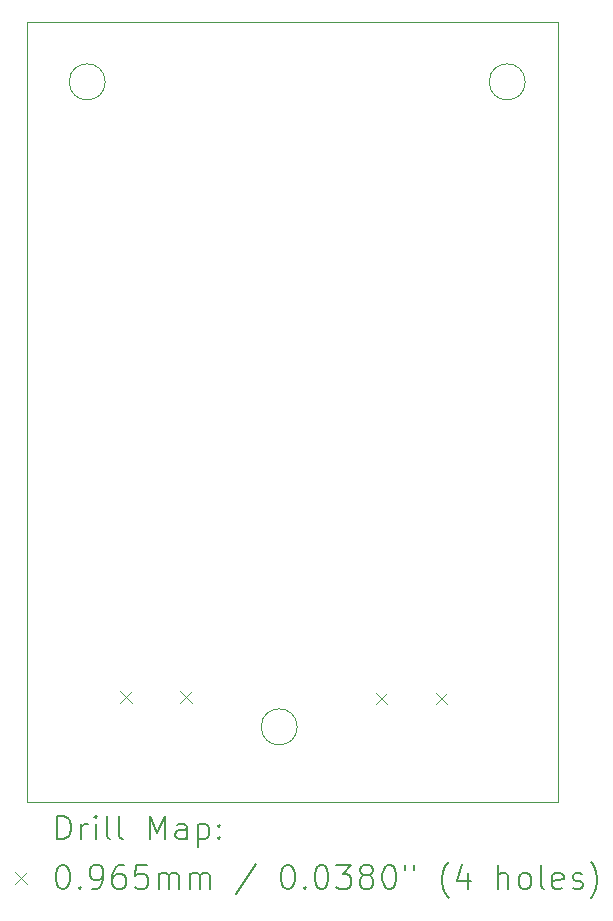
<source format=gbr>
%TF.GenerationSoftware,KiCad,Pcbnew,7.0.6*%
%TF.CreationDate,2025-01-04T15:57:54+10:30*%
%TF.ProjectId,Security System SMPS,53656375-7269-4747-9920-53797374656d,rev?*%
%TF.SameCoordinates,Original*%
%TF.FileFunction,Drillmap*%
%TF.FilePolarity,Positive*%
%FSLAX45Y45*%
G04 Gerber Fmt 4.5, Leading zero omitted, Abs format (unit mm)*
G04 Created by KiCad (PCBNEW 7.0.6) date 2025-01-04 15:57:54*
%MOMM*%
%LPD*%
G01*
G04 APERTURE LIST*
%ADD10C,0.100000*%
%ADD11C,0.200000*%
%ADD12C,0.096520*%
G04 APERTURE END LIST*
D10*
X10820400Y-6096000D02*
G75*
G03*
X10820400Y-6096000I-152400J0D01*
G01*
X14376400Y-6096000D02*
G75*
G03*
X14376400Y-6096000I-152400J0D01*
G01*
X12446000Y-11557000D02*
G75*
G03*
X12446000Y-11557000I-152400J0D01*
G01*
X10160000Y-5588000D02*
X14655800Y-5588000D01*
X14655800Y-12192000D01*
X10160000Y-12192000D01*
X10160000Y-5588000D01*
D11*
D12*
X10949940Y-11254740D02*
X11046460Y-11351260D01*
X11046460Y-11254740D02*
X10949940Y-11351260D01*
X11457940Y-11254740D02*
X11554460Y-11351260D01*
X11554460Y-11254740D02*
X11457940Y-11351260D01*
X13111480Y-11270070D02*
X13208000Y-11366590D01*
X13208000Y-11270070D02*
X13111480Y-11366590D01*
X13619480Y-11270070D02*
X13716000Y-11366590D01*
X13716000Y-11270070D02*
X13619480Y-11366590D01*
D11*
X10415777Y-12508484D02*
X10415777Y-12308484D01*
X10415777Y-12308484D02*
X10463396Y-12308484D01*
X10463396Y-12308484D02*
X10491967Y-12318008D01*
X10491967Y-12318008D02*
X10511015Y-12337055D01*
X10511015Y-12337055D02*
X10520539Y-12356103D01*
X10520539Y-12356103D02*
X10530063Y-12394198D01*
X10530063Y-12394198D02*
X10530063Y-12422769D01*
X10530063Y-12422769D02*
X10520539Y-12460865D01*
X10520539Y-12460865D02*
X10511015Y-12479912D01*
X10511015Y-12479912D02*
X10491967Y-12498960D01*
X10491967Y-12498960D02*
X10463396Y-12508484D01*
X10463396Y-12508484D02*
X10415777Y-12508484D01*
X10615777Y-12508484D02*
X10615777Y-12375150D01*
X10615777Y-12413246D02*
X10625301Y-12394198D01*
X10625301Y-12394198D02*
X10634824Y-12384674D01*
X10634824Y-12384674D02*
X10653872Y-12375150D01*
X10653872Y-12375150D02*
X10672920Y-12375150D01*
X10739586Y-12508484D02*
X10739586Y-12375150D01*
X10739586Y-12308484D02*
X10730063Y-12318008D01*
X10730063Y-12318008D02*
X10739586Y-12327531D01*
X10739586Y-12327531D02*
X10749110Y-12318008D01*
X10749110Y-12318008D02*
X10739586Y-12308484D01*
X10739586Y-12308484D02*
X10739586Y-12327531D01*
X10863396Y-12508484D02*
X10844348Y-12498960D01*
X10844348Y-12498960D02*
X10834824Y-12479912D01*
X10834824Y-12479912D02*
X10834824Y-12308484D01*
X10968158Y-12508484D02*
X10949110Y-12498960D01*
X10949110Y-12498960D02*
X10939586Y-12479912D01*
X10939586Y-12479912D02*
X10939586Y-12308484D01*
X11196729Y-12508484D02*
X11196729Y-12308484D01*
X11196729Y-12308484D02*
X11263396Y-12451341D01*
X11263396Y-12451341D02*
X11330062Y-12308484D01*
X11330062Y-12308484D02*
X11330062Y-12508484D01*
X11511015Y-12508484D02*
X11511015Y-12403722D01*
X11511015Y-12403722D02*
X11501491Y-12384674D01*
X11501491Y-12384674D02*
X11482443Y-12375150D01*
X11482443Y-12375150D02*
X11444348Y-12375150D01*
X11444348Y-12375150D02*
X11425301Y-12384674D01*
X11511015Y-12498960D02*
X11491967Y-12508484D01*
X11491967Y-12508484D02*
X11444348Y-12508484D01*
X11444348Y-12508484D02*
X11425301Y-12498960D01*
X11425301Y-12498960D02*
X11415777Y-12479912D01*
X11415777Y-12479912D02*
X11415777Y-12460865D01*
X11415777Y-12460865D02*
X11425301Y-12441817D01*
X11425301Y-12441817D02*
X11444348Y-12432293D01*
X11444348Y-12432293D02*
X11491967Y-12432293D01*
X11491967Y-12432293D02*
X11511015Y-12422769D01*
X11606253Y-12375150D02*
X11606253Y-12575150D01*
X11606253Y-12384674D02*
X11625301Y-12375150D01*
X11625301Y-12375150D02*
X11663396Y-12375150D01*
X11663396Y-12375150D02*
X11682443Y-12384674D01*
X11682443Y-12384674D02*
X11691967Y-12394198D01*
X11691967Y-12394198D02*
X11701491Y-12413246D01*
X11701491Y-12413246D02*
X11701491Y-12470388D01*
X11701491Y-12470388D02*
X11691967Y-12489436D01*
X11691967Y-12489436D02*
X11682443Y-12498960D01*
X11682443Y-12498960D02*
X11663396Y-12508484D01*
X11663396Y-12508484D02*
X11625301Y-12508484D01*
X11625301Y-12508484D02*
X11606253Y-12498960D01*
X11787205Y-12489436D02*
X11796729Y-12498960D01*
X11796729Y-12498960D02*
X11787205Y-12508484D01*
X11787205Y-12508484D02*
X11777682Y-12498960D01*
X11777682Y-12498960D02*
X11787205Y-12489436D01*
X11787205Y-12489436D02*
X11787205Y-12508484D01*
X11787205Y-12384674D02*
X11796729Y-12394198D01*
X11796729Y-12394198D02*
X11787205Y-12403722D01*
X11787205Y-12403722D02*
X11777682Y-12394198D01*
X11777682Y-12394198D02*
X11787205Y-12384674D01*
X11787205Y-12384674D02*
X11787205Y-12403722D01*
D12*
X10058480Y-12788740D02*
X10155000Y-12885260D01*
X10155000Y-12788740D02*
X10058480Y-12885260D01*
D11*
X10453872Y-12728484D02*
X10472920Y-12728484D01*
X10472920Y-12728484D02*
X10491967Y-12738008D01*
X10491967Y-12738008D02*
X10501491Y-12747531D01*
X10501491Y-12747531D02*
X10511015Y-12766579D01*
X10511015Y-12766579D02*
X10520539Y-12804674D01*
X10520539Y-12804674D02*
X10520539Y-12852293D01*
X10520539Y-12852293D02*
X10511015Y-12890388D01*
X10511015Y-12890388D02*
X10501491Y-12909436D01*
X10501491Y-12909436D02*
X10491967Y-12918960D01*
X10491967Y-12918960D02*
X10472920Y-12928484D01*
X10472920Y-12928484D02*
X10453872Y-12928484D01*
X10453872Y-12928484D02*
X10434824Y-12918960D01*
X10434824Y-12918960D02*
X10425301Y-12909436D01*
X10425301Y-12909436D02*
X10415777Y-12890388D01*
X10415777Y-12890388D02*
X10406253Y-12852293D01*
X10406253Y-12852293D02*
X10406253Y-12804674D01*
X10406253Y-12804674D02*
X10415777Y-12766579D01*
X10415777Y-12766579D02*
X10425301Y-12747531D01*
X10425301Y-12747531D02*
X10434824Y-12738008D01*
X10434824Y-12738008D02*
X10453872Y-12728484D01*
X10606253Y-12909436D02*
X10615777Y-12918960D01*
X10615777Y-12918960D02*
X10606253Y-12928484D01*
X10606253Y-12928484D02*
X10596729Y-12918960D01*
X10596729Y-12918960D02*
X10606253Y-12909436D01*
X10606253Y-12909436D02*
X10606253Y-12928484D01*
X10711015Y-12928484D02*
X10749110Y-12928484D01*
X10749110Y-12928484D02*
X10768158Y-12918960D01*
X10768158Y-12918960D02*
X10777682Y-12909436D01*
X10777682Y-12909436D02*
X10796729Y-12880865D01*
X10796729Y-12880865D02*
X10806253Y-12842769D01*
X10806253Y-12842769D02*
X10806253Y-12766579D01*
X10806253Y-12766579D02*
X10796729Y-12747531D01*
X10796729Y-12747531D02*
X10787205Y-12738008D01*
X10787205Y-12738008D02*
X10768158Y-12728484D01*
X10768158Y-12728484D02*
X10730063Y-12728484D01*
X10730063Y-12728484D02*
X10711015Y-12738008D01*
X10711015Y-12738008D02*
X10701491Y-12747531D01*
X10701491Y-12747531D02*
X10691967Y-12766579D01*
X10691967Y-12766579D02*
X10691967Y-12814198D01*
X10691967Y-12814198D02*
X10701491Y-12833246D01*
X10701491Y-12833246D02*
X10711015Y-12842769D01*
X10711015Y-12842769D02*
X10730063Y-12852293D01*
X10730063Y-12852293D02*
X10768158Y-12852293D01*
X10768158Y-12852293D02*
X10787205Y-12842769D01*
X10787205Y-12842769D02*
X10796729Y-12833246D01*
X10796729Y-12833246D02*
X10806253Y-12814198D01*
X10977682Y-12728484D02*
X10939586Y-12728484D01*
X10939586Y-12728484D02*
X10920539Y-12738008D01*
X10920539Y-12738008D02*
X10911015Y-12747531D01*
X10911015Y-12747531D02*
X10891967Y-12776103D01*
X10891967Y-12776103D02*
X10882444Y-12814198D01*
X10882444Y-12814198D02*
X10882444Y-12890388D01*
X10882444Y-12890388D02*
X10891967Y-12909436D01*
X10891967Y-12909436D02*
X10901491Y-12918960D01*
X10901491Y-12918960D02*
X10920539Y-12928484D01*
X10920539Y-12928484D02*
X10958634Y-12928484D01*
X10958634Y-12928484D02*
X10977682Y-12918960D01*
X10977682Y-12918960D02*
X10987205Y-12909436D01*
X10987205Y-12909436D02*
X10996729Y-12890388D01*
X10996729Y-12890388D02*
X10996729Y-12842769D01*
X10996729Y-12842769D02*
X10987205Y-12823722D01*
X10987205Y-12823722D02*
X10977682Y-12814198D01*
X10977682Y-12814198D02*
X10958634Y-12804674D01*
X10958634Y-12804674D02*
X10920539Y-12804674D01*
X10920539Y-12804674D02*
X10901491Y-12814198D01*
X10901491Y-12814198D02*
X10891967Y-12823722D01*
X10891967Y-12823722D02*
X10882444Y-12842769D01*
X11177682Y-12728484D02*
X11082444Y-12728484D01*
X11082444Y-12728484D02*
X11072920Y-12823722D01*
X11072920Y-12823722D02*
X11082444Y-12814198D01*
X11082444Y-12814198D02*
X11101491Y-12804674D01*
X11101491Y-12804674D02*
X11149110Y-12804674D01*
X11149110Y-12804674D02*
X11168158Y-12814198D01*
X11168158Y-12814198D02*
X11177682Y-12823722D01*
X11177682Y-12823722D02*
X11187205Y-12842769D01*
X11187205Y-12842769D02*
X11187205Y-12890388D01*
X11187205Y-12890388D02*
X11177682Y-12909436D01*
X11177682Y-12909436D02*
X11168158Y-12918960D01*
X11168158Y-12918960D02*
X11149110Y-12928484D01*
X11149110Y-12928484D02*
X11101491Y-12928484D01*
X11101491Y-12928484D02*
X11082444Y-12918960D01*
X11082444Y-12918960D02*
X11072920Y-12909436D01*
X11272920Y-12928484D02*
X11272920Y-12795150D01*
X11272920Y-12814198D02*
X11282443Y-12804674D01*
X11282443Y-12804674D02*
X11301491Y-12795150D01*
X11301491Y-12795150D02*
X11330063Y-12795150D01*
X11330063Y-12795150D02*
X11349110Y-12804674D01*
X11349110Y-12804674D02*
X11358634Y-12823722D01*
X11358634Y-12823722D02*
X11358634Y-12928484D01*
X11358634Y-12823722D02*
X11368158Y-12804674D01*
X11368158Y-12804674D02*
X11387205Y-12795150D01*
X11387205Y-12795150D02*
X11415777Y-12795150D01*
X11415777Y-12795150D02*
X11434824Y-12804674D01*
X11434824Y-12804674D02*
X11444348Y-12823722D01*
X11444348Y-12823722D02*
X11444348Y-12928484D01*
X11539586Y-12928484D02*
X11539586Y-12795150D01*
X11539586Y-12814198D02*
X11549110Y-12804674D01*
X11549110Y-12804674D02*
X11568158Y-12795150D01*
X11568158Y-12795150D02*
X11596729Y-12795150D01*
X11596729Y-12795150D02*
X11615777Y-12804674D01*
X11615777Y-12804674D02*
X11625301Y-12823722D01*
X11625301Y-12823722D02*
X11625301Y-12928484D01*
X11625301Y-12823722D02*
X11634824Y-12804674D01*
X11634824Y-12804674D02*
X11653872Y-12795150D01*
X11653872Y-12795150D02*
X11682443Y-12795150D01*
X11682443Y-12795150D02*
X11701491Y-12804674D01*
X11701491Y-12804674D02*
X11711015Y-12823722D01*
X11711015Y-12823722D02*
X11711015Y-12928484D01*
X12101491Y-12718960D02*
X11930063Y-12976103D01*
X12358634Y-12728484D02*
X12377682Y-12728484D01*
X12377682Y-12728484D02*
X12396729Y-12738008D01*
X12396729Y-12738008D02*
X12406253Y-12747531D01*
X12406253Y-12747531D02*
X12415777Y-12766579D01*
X12415777Y-12766579D02*
X12425301Y-12804674D01*
X12425301Y-12804674D02*
X12425301Y-12852293D01*
X12425301Y-12852293D02*
X12415777Y-12890388D01*
X12415777Y-12890388D02*
X12406253Y-12909436D01*
X12406253Y-12909436D02*
X12396729Y-12918960D01*
X12396729Y-12918960D02*
X12377682Y-12928484D01*
X12377682Y-12928484D02*
X12358634Y-12928484D01*
X12358634Y-12928484D02*
X12339586Y-12918960D01*
X12339586Y-12918960D02*
X12330063Y-12909436D01*
X12330063Y-12909436D02*
X12320539Y-12890388D01*
X12320539Y-12890388D02*
X12311015Y-12852293D01*
X12311015Y-12852293D02*
X12311015Y-12804674D01*
X12311015Y-12804674D02*
X12320539Y-12766579D01*
X12320539Y-12766579D02*
X12330063Y-12747531D01*
X12330063Y-12747531D02*
X12339586Y-12738008D01*
X12339586Y-12738008D02*
X12358634Y-12728484D01*
X12511015Y-12909436D02*
X12520539Y-12918960D01*
X12520539Y-12918960D02*
X12511015Y-12928484D01*
X12511015Y-12928484D02*
X12501491Y-12918960D01*
X12501491Y-12918960D02*
X12511015Y-12909436D01*
X12511015Y-12909436D02*
X12511015Y-12928484D01*
X12644348Y-12728484D02*
X12663396Y-12728484D01*
X12663396Y-12728484D02*
X12682444Y-12738008D01*
X12682444Y-12738008D02*
X12691967Y-12747531D01*
X12691967Y-12747531D02*
X12701491Y-12766579D01*
X12701491Y-12766579D02*
X12711015Y-12804674D01*
X12711015Y-12804674D02*
X12711015Y-12852293D01*
X12711015Y-12852293D02*
X12701491Y-12890388D01*
X12701491Y-12890388D02*
X12691967Y-12909436D01*
X12691967Y-12909436D02*
X12682444Y-12918960D01*
X12682444Y-12918960D02*
X12663396Y-12928484D01*
X12663396Y-12928484D02*
X12644348Y-12928484D01*
X12644348Y-12928484D02*
X12625301Y-12918960D01*
X12625301Y-12918960D02*
X12615777Y-12909436D01*
X12615777Y-12909436D02*
X12606253Y-12890388D01*
X12606253Y-12890388D02*
X12596729Y-12852293D01*
X12596729Y-12852293D02*
X12596729Y-12804674D01*
X12596729Y-12804674D02*
X12606253Y-12766579D01*
X12606253Y-12766579D02*
X12615777Y-12747531D01*
X12615777Y-12747531D02*
X12625301Y-12738008D01*
X12625301Y-12738008D02*
X12644348Y-12728484D01*
X12777682Y-12728484D02*
X12901491Y-12728484D01*
X12901491Y-12728484D02*
X12834825Y-12804674D01*
X12834825Y-12804674D02*
X12863396Y-12804674D01*
X12863396Y-12804674D02*
X12882444Y-12814198D01*
X12882444Y-12814198D02*
X12891967Y-12823722D01*
X12891967Y-12823722D02*
X12901491Y-12842769D01*
X12901491Y-12842769D02*
X12901491Y-12890388D01*
X12901491Y-12890388D02*
X12891967Y-12909436D01*
X12891967Y-12909436D02*
X12882444Y-12918960D01*
X12882444Y-12918960D02*
X12863396Y-12928484D01*
X12863396Y-12928484D02*
X12806253Y-12928484D01*
X12806253Y-12928484D02*
X12787206Y-12918960D01*
X12787206Y-12918960D02*
X12777682Y-12909436D01*
X13015777Y-12814198D02*
X12996729Y-12804674D01*
X12996729Y-12804674D02*
X12987206Y-12795150D01*
X12987206Y-12795150D02*
X12977682Y-12776103D01*
X12977682Y-12776103D02*
X12977682Y-12766579D01*
X12977682Y-12766579D02*
X12987206Y-12747531D01*
X12987206Y-12747531D02*
X12996729Y-12738008D01*
X12996729Y-12738008D02*
X13015777Y-12728484D01*
X13015777Y-12728484D02*
X13053872Y-12728484D01*
X13053872Y-12728484D02*
X13072920Y-12738008D01*
X13072920Y-12738008D02*
X13082444Y-12747531D01*
X13082444Y-12747531D02*
X13091967Y-12766579D01*
X13091967Y-12766579D02*
X13091967Y-12776103D01*
X13091967Y-12776103D02*
X13082444Y-12795150D01*
X13082444Y-12795150D02*
X13072920Y-12804674D01*
X13072920Y-12804674D02*
X13053872Y-12814198D01*
X13053872Y-12814198D02*
X13015777Y-12814198D01*
X13015777Y-12814198D02*
X12996729Y-12823722D01*
X12996729Y-12823722D02*
X12987206Y-12833246D01*
X12987206Y-12833246D02*
X12977682Y-12852293D01*
X12977682Y-12852293D02*
X12977682Y-12890388D01*
X12977682Y-12890388D02*
X12987206Y-12909436D01*
X12987206Y-12909436D02*
X12996729Y-12918960D01*
X12996729Y-12918960D02*
X13015777Y-12928484D01*
X13015777Y-12928484D02*
X13053872Y-12928484D01*
X13053872Y-12928484D02*
X13072920Y-12918960D01*
X13072920Y-12918960D02*
X13082444Y-12909436D01*
X13082444Y-12909436D02*
X13091967Y-12890388D01*
X13091967Y-12890388D02*
X13091967Y-12852293D01*
X13091967Y-12852293D02*
X13082444Y-12833246D01*
X13082444Y-12833246D02*
X13072920Y-12823722D01*
X13072920Y-12823722D02*
X13053872Y-12814198D01*
X13215777Y-12728484D02*
X13234825Y-12728484D01*
X13234825Y-12728484D02*
X13253872Y-12738008D01*
X13253872Y-12738008D02*
X13263396Y-12747531D01*
X13263396Y-12747531D02*
X13272920Y-12766579D01*
X13272920Y-12766579D02*
X13282444Y-12804674D01*
X13282444Y-12804674D02*
X13282444Y-12852293D01*
X13282444Y-12852293D02*
X13272920Y-12890388D01*
X13272920Y-12890388D02*
X13263396Y-12909436D01*
X13263396Y-12909436D02*
X13253872Y-12918960D01*
X13253872Y-12918960D02*
X13234825Y-12928484D01*
X13234825Y-12928484D02*
X13215777Y-12928484D01*
X13215777Y-12928484D02*
X13196729Y-12918960D01*
X13196729Y-12918960D02*
X13187206Y-12909436D01*
X13187206Y-12909436D02*
X13177682Y-12890388D01*
X13177682Y-12890388D02*
X13168158Y-12852293D01*
X13168158Y-12852293D02*
X13168158Y-12804674D01*
X13168158Y-12804674D02*
X13177682Y-12766579D01*
X13177682Y-12766579D02*
X13187206Y-12747531D01*
X13187206Y-12747531D02*
X13196729Y-12738008D01*
X13196729Y-12738008D02*
X13215777Y-12728484D01*
X13358634Y-12728484D02*
X13358634Y-12766579D01*
X13434825Y-12728484D02*
X13434825Y-12766579D01*
X13730063Y-13004674D02*
X13720539Y-12995150D01*
X13720539Y-12995150D02*
X13701491Y-12966579D01*
X13701491Y-12966579D02*
X13691968Y-12947531D01*
X13691968Y-12947531D02*
X13682444Y-12918960D01*
X13682444Y-12918960D02*
X13672920Y-12871341D01*
X13672920Y-12871341D02*
X13672920Y-12833246D01*
X13672920Y-12833246D02*
X13682444Y-12785627D01*
X13682444Y-12785627D02*
X13691968Y-12757055D01*
X13691968Y-12757055D02*
X13701491Y-12738008D01*
X13701491Y-12738008D02*
X13720539Y-12709436D01*
X13720539Y-12709436D02*
X13730063Y-12699912D01*
X13891968Y-12795150D02*
X13891968Y-12928484D01*
X13844348Y-12718960D02*
X13796729Y-12861817D01*
X13796729Y-12861817D02*
X13920539Y-12861817D01*
X14149110Y-12928484D02*
X14149110Y-12728484D01*
X14234825Y-12928484D02*
X14234825Y-12823722D01*
X14234825Y-12823722D02*
X14225301Y-12804674D01*
X14225301Y-12804674D02*
X14206253Y-12795150D01*
X14206253Y-12795150D02*
X14177682Y-12795150D01*
X14177682Y-12795150D02*
X14158634Y-12804674D01*
X14158634Y-12804674D02*
X14149110Y-12814198D01*
X14358634Y-12928484D02*
X14339587Y-12918960D01*
X14339587Y-12918960D02*
X14330063Y-12909436D01*
X14330063Y-12909436D02*
X14320539Y-12890388D01*
X14320539Y-12890388D02*
X14320539Y-12833246D01*
X14320539Y-12833246D02*
X14330063Y-12814198D01*
X14330063Y-12814198D02*
X14339587Y-12804674D01*
X14339587Y-12804674D02*
X14358634Y-12795150D01*
X14358634Y-12795150D02*
X14387206Y-12795150D01*
X14387206Y-12795150D02*
X14406253Y-12804674D01*
X14406253Y-12804674D02*
X14415777Y-12814198D01*
X14415777Y-12814198D02*
X14425301Y-12833246D01*
X14425301Y-12833246D02*
X14425301Y-12890388D01*
X14425301Y-12890388D02*
X14415777Y-12909436D01*
X14415777Y-12909436D02*
X14406253Y-12918960D01*
X14406253Y-12918960D02*
X14387206Y-12928484D01*
X14387206Y-12928484D02*
X14358634Y-12928484D01*
X14539587Y-12928484D02*
X14520539Y-12918960D01*
X14520539Y-12918960D02*
X14511015Y-12899912D01*
X14511015Y-12899912D02*
X14511015Y-12728484D01*
X14691968Y-12918960D02*
X14672920Y-12928484D01*
X14672920Y-12928484D02*
X14634825Y-12928484D01*
X14634825Y-12928484D02*
X14615777Y-12918960D01*
X14615777Y-12918960D02*
X14606253Y-12899912D01*
X14606253Y-12899912D02*
X14606253Y-12823722D01*
X14606253Y-12823722D02*
X14615777Y-12804674D01*
X14615777Y-12804674D02*
X14634825Y-12795150D01*
X14634825Y-12795150D02*
X14672920Y-12795150D01*
X14672920Y-12795150D02*
X14691968Y-12804674D01*
X14691968Y-12804674D02*
X14701491Y-12823722D01*
X14701491Y-12823722D02*
X14701491Y-12842769D01*
X14701491Y-12842769D02*
X14606253Y-12861817D01*
X14777682Y-12918960D02*
X14796730Y-12928484D01*
X14796730Y-12928484D02*
X14834825Y-12928484D01*
X14834825Y-12928484D02*
X14853872Y-12918960D01*
X14853872Y-12918960D02*
X14863396Y-12899912D01*
X14863396Y-12899912D02*
X14863396Y-12890388D01*
X14863396Y-12890388D02*
X14853872Y-12871341D01*
X14853872Y-12871341D02*
X14834825Y-12861817D01*
X14834825Y-12861817D02*
X14806253Y-12861817D01*
X14806253Y-12861817D02*
X14787206Y-12852293D01*
X14787206Y-12852293D02*
X14777682Y-12833246D01*
X14777682Y-12833246D02*
X14777682Y-12823722D01*
X14777682Y-12823722D02*
X14787206Y-12804674D01*
X14787206Y-12804674D02*
X14806253Y-12795150D01*
X14806253Y-12795150D02*
X14834825Y-12795150D01*
X14834825Y-12795150D02*
X14853872Y-12804674D01*
X14930063Y-13004674D02*
X14939587Y-12995150D01*
X14939587Y-12995150D02*
X14958634Y-12966579D01*
X14958634Y-12966579D02*
X14968158Y-12947531D01*
X14968158Y-12947531D02*
X14977682Y-12918960D01*
X14977682Y-12918960D02*
X14987206Y-12871341D01*
X14987206Y-12871341D02*
X14987206Y-12833246D01*
X14987206Y-12833246D02*
X14977682Y-12785627D01*
X14977682Y-12785627D02*
X14968158Y-12757055D01*
X14968158Y-12757055D02*
X14958634Y-12738008D01*
X14958634Y-12738008D02*
X14939587Y-12709436D01*
X14939587Y-12709436D02*
X14930063Y-12699912D01*
M02*

</source>
